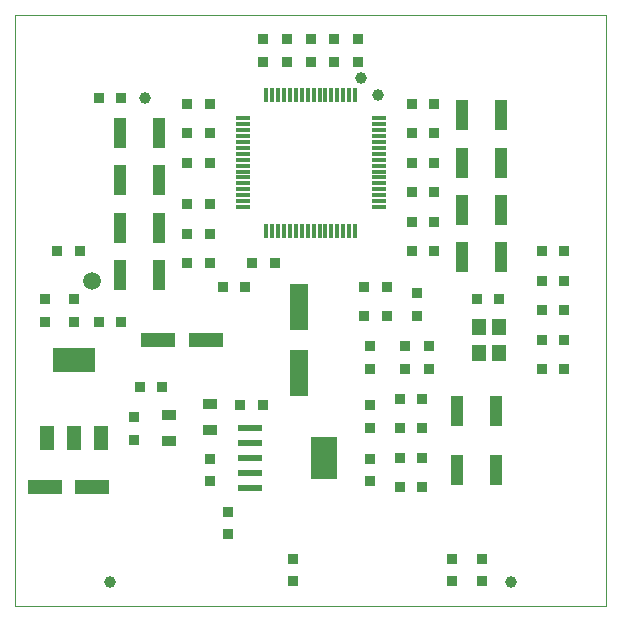
<source format=gtp>
G04 #@! TF.GenerationSoftware,KiCad,Pcbnew,(5.1.0)-1*
G04 #@! TF.CreationDate,2019-04-02T21:11:50+01:00*
G04 #@! TF.ProjectId,uCODEC-1.0,75434f44-4543-42d3-912e-302e6b696361,1.0*
G04 #@! TF.SameCoordinates,PX7de2900PY7365040*
G04 #@! TF.FileFunction,Paste,Top*
G04 #@! TF.FilePolarity,Positive*
%FSLAX46Y46*%
G04 Gerber Fmt 4.6, Leading zero omitted, Abs format (unit mm)*
G04 Created by KiCad (PCBNEW (5.1.0)-1) date 2019-04-02 21:11:50*
%MOMM*%
%LPD*%
G04 APERTURE LIST*
%ADD10C,0.100000*%
%ADD11C,1.000000*%
%ADD12R,2.150000X0.550000*%
%ADD13R,2.200000X3.600000*%
%ADD14R,1.500000X4.000000*%
%ADD15R,1.200000X1.400000*%
%ADD16R,0.900000X0.900000*%
%ADD17R,1.100000X2.500000*%
%ADD18R,3.000000X1.200000*%
%ADD19R,1.200000X0.300000*%
%ADD20R,0.300000X1.200000*%
%ADD21R,1.300000X0.900000*%
%ADD22C,1.500000*%
%ADD23R,1.200000X2.000000*%
%ADD24R,3.600000X2.000000*%
G04 APERTURE END LIST*
D10*
X0Y50000000D02*
X0Y0D01*
X50000000Y50000000D02*
X0Y50000000D01*
X50000000Y0D02*
X50000000Y50000000D01*
X0Y0D02*
X50000000Y0D01*
D11*
X11000000Y43000000D03*
X8000000Y2000000D03*
X42000000Y2000000D03*
D12*
X19888500Y11230000D03*
X19888500Y13770000D03*
X19888500Y15040000D03*
X19888500Y9960000D03*
X19888500Y12500000D03*
D13*
X26149600Y12500000D03*
D14*
X24000000Y25300000D03*
X24000000Y19700000D03*
D15*
X40950000Y21400000D03*
X40950000Y23600000D03*
X39250000Y23600000D03*
X39250000Y21400000D03*
D16*
X46450000Y20000000D03*
X44550000Y20000000D03*
X30000000Y16950000D03*
X30000000Y15050000D03*
X35000000Y20050000D03*
X35000000Y21950000D03*
D17*
X40650000Y11500000D03*
X37350000Y11500000D03*
X37350000Y16500000D03*
X40650000Y16500000D03*
D11*
X30700000Y43200000D03*
X29300000Y44700000D03*
D16*
X23500000Y2050000D03*
X23500000Y3950000D03*
D17*
X37850000Y37500000D03*
X41150000Y37500000D03*
X12150000Y40000000D03*
X8850000Y40000000D03*
D18*
X12100000Y22500000D03*
X16100000Y22500000D03*
D16*
X27000000Y47950000D03*
X27000000Y46050000D03*
X30000000Y21950000D03*
X30000000Y20050000D03*
X35450000Y35000000D03*
X33550000Y35000000D03*
X14550000Y40000000D03*
X16450000Y40000000D03*
X35450000Y37500000D03*
X33550000Y37500000D03*
X44550000Y30000000D03*
X46450000Y30000000D03*
X33550000Y40000000D03*
X35450000Y40000000D03*
X35450000Y32500000D03*
X33550000Y32500000D03*
X14550000Y31500000D03*
X16450000Y31500000D03*
X33550000Y42500000D03*
X35450000Y42500000D03*
X35450000Y30000000D03*
X33550000Y30000000D03*
X16450000Y42500000D03*
X14550000Y42500000D03*
X16450000Y37500000D03*
X14550000Y37500000D03*
X16450000Y34000000D03*
X14550000Y34000000D03*
X16450000Y29000000D03*
X14550000Y29000000D03*
X8950000Y43000000D03*
X7050000Y43000000D03*
X5450000Y30000000D03*
X3550000Y30000000D03*
D17*
X12150000Y32000000D03*
X8850000Y32000000D03*
X8850000Y28000000D03*
X12150000Y28000000D03*
X37850000Y29500000D03*
X41150000Y29500000D03*
X41150000Y33500000D03*
X37850000Y33500000D03*
X41150000Y41500000D03*
X37850000Y41500000D03*
X8850000Y36000000D03*
X12150000Y36000000D03*
D16*
X18000000Y7950000D03*
X18000000Y6050000D03*
X2500000Y24050000D03*
X2500000Y25950000D03*
D19*
X30750000Y33750001D03*
X30750000Y34250000D03*
X30750000Y34750000D03*
X30750000Y35250000D03*
X30750000Y35750000D03*
X30750000Y36250001D03*
X30750000Y36750000D03*
X30750000Y37250000D03*
X30750000Y37750000D03*
X30750000Y38250000D03*
X30750000Y38749999D03*
X30750000Y39250000D03*
X30750000Y39750000D03*
X30750000Y40250000D03*
X30750000Y40750000D03*
X30750000Y41249999D03*
D20*
X28749999Y43250000D03*
X28250000Y43250000D03*
X27750000Y43250000D03*
X27250000Y43250000D03*
X26750000Y43250000D03*
X26249999Y43250000D03*
X25750000Y43250000D03*
X25250000Y43250000D03*
X24750000Y43250000D03*
X24250000Y43250000D03*
X23750001Y43250000D03*
X23250000Y43250000D03*
X22750000Y43250000D03*
X22250000Y43250000D03*
X21750000Y43250000D03*
X21250001Y43250000D03*
D19*
X19250000Y41249999D03*
X19250000Y40750000D03*
X19250000Y40250000D03*
X19250000Y39750000D03*
X19250000Y39250000D03*
X19250000Y38749999D03*
X19250000Y38250000D03*
X19250000Y37750000D03*
X19250000Y37250000D03*
X19250000Y36750000D03*
X19250000Y36250001D03*
X19250000Y35750000D03*
X19250000Y35250000D03*
X19250000Y34750000D03*
X19250000Y34250000D03*
X19250000Y33750001D03*
D20*
X21250001Y31750000D03*
X21750000Y31750000D03*
X22250000Y31750000D03*
X22750000Y31750000D03*
X23250000Y31750000D03*
X23750001Y31750000D03*
X24250000Y31750000D03*
X24750000Y31750000D03*
X25250000Y31750000D03*
X25750000Y31750000D03*
X26249999Y31750000D03*
X26750000Y31750000D03*
X27250000Y31750000D03*
X27750000Y31750000D03*
X28250000Y31750000D03*
X28749999Y31750000D03*
D16*
X21950000Y29000000D03*
X20050000Y29000000D03*
X16500000Y10550000D03*
X16500000Y12450000D03*
X20950000Y17000000D03*
X19050000Y17000000D03*
X30000000Y10550000D03*
X30000000Y12450000D03*
X33000000Y21950000D03*
X33000000Y20050000D03*
D21*
X16500000Y14900000D03*
X16500000Y17100000D03*
D16*
X8950000Y24000000D03*
X7050000Y24000000D03*
X10550000Y18500000D03*
X12450000Y18500000D03*
D21*
X13000000Y16100000D03*
X13000000Y13900000D03*
D16*
X10000000Y15950000D03*
X10000000Y14050000D03*
X5000000Y24050000D03*
X5000000Y25950000D03*
D18*
X6500000Y10000000D03*
X2500000Y10000000D03*
D16*
X44550001Y25000000D03*
X46449999Y25000000D03*
X25000000Y46050000D03*
X25000000Y47950000D03*
X37000000Y2050000D03*
X37000000Y3950000D03*
X44550000Y27500000D03*
X46450000Y27500000D03*
X23000000Y46050000D03*
X23000000Y47950000D03*
X21000000Y46050000D03*
X21000000Y47950000D03*
X29000000Y47950000D03*
X29000000Y46050000D03*
X34450000Y12500000D03*
X32550000Y12500000D03*
X34450000Y17500000D03*
X32550000Y17500000D03*
X34450000Y10000000D03*
X32550000Y10000000D03*
X34450000Y15000000D03*
X32550000Y15000000D03*
X39500000Y3950000D03*
X39500000Y2050000D03*
X46450000Y22500000D03*
X44550000Y22500000D03*
X40950000Y26000000D03*
X39050000Y26000000D03*
D22*
X6500000Y27500000D03*
D16*
X34000000Y26450000D03*
X34000000Y24550000D03*
X31450000Y27000000D03*
X29550000Y27000000D03*
X31450000Y24500000D03*
X29550000Y24500000D03*
X19450000Y27000000D03*
X17550000Y27000000D03*
D23*
X2714000Y14198000D03*
X7286000Y14198000D03*
X5000000Y14198000D03*
D24*
X5000000Y20802000D03*
M02*

</source>
